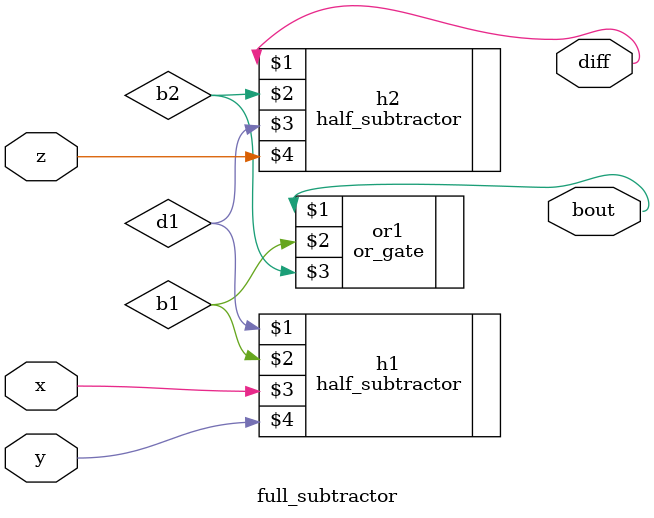
<source format=v>
module full_subtractor(diff,bout,x,y,z);

output diff,bout;
input  x,y,z;
wire d1,b1,b2;

half_subtractor h1(d1,b1,x,y);
half_subtractor h2(diff,b2,d1,z);

or_gate or1(bout,b1,b2);

endmodule




</source>
